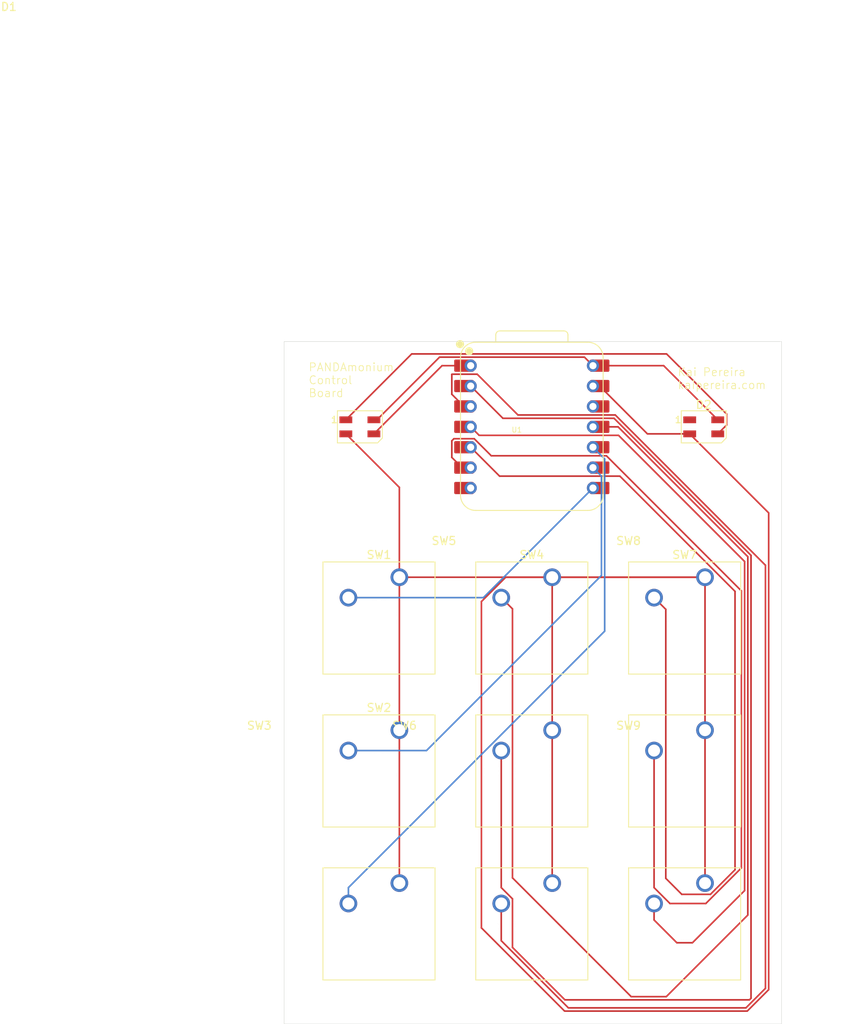
<source format=kicad_pcb>
(kicad_pcb (version 20240108) (generator "pcbnew") (generator_version "8.0")
  (layers (0 "F.Cu" signal) (31 "B.Cu" signal) (34 "B.Paste" user) (35 "F.Paste" user) (36 "B.SilkS" user "B.Silkscreen") (37 "F.SilkS" user "F.Silkscreen") (38 "B.Mask" user) (39 "F.Mask" user) (44 "Edge.Cuts" user))
  (net 0 "")
  (net 1 "GND")
  (net 2 "Net-(D1-DOUT)")
  (net 3 "Net-(D1-DIN)")
  (net 4 "+5V")
  (net 6 "Net-(U1-GPIO1{slash}RX)")
  (net 7 "Net-(U1-GPIO2{slash}SCK)")
  (net 8 "Net-(U1-GPIO4{slash}MISO)")
  (net 9 "Net-(U1-GPIO3{slash}MOSI)")
  (net 10 "Net-(U1-GPIO27{slash}ADC1{slash}A1)")
  (net 11 "Net-(U1-GPIO28{slash}ADC2{slash}A2)")
  (net 12 "Net-(U1-GPIO6{slash}SDA)")
  (net 13 "Net-(U1-GPIO7{slash}SCL)")
  (net 14 "Net-(U1-GPIO29{slash}ADC3{slash}A3)")
  (footprint "Button_Switch_Keyboard:SW_Cherry_MX_1.00u_PCB" (layer "F.Cu") (at 145.415 104.4575)
    (property "Reference" "SW6" (at -18.40625 -19.6215 0) (layer "F.SilkS"))
    (property "Value" "SW_Push")
    (fp_line (start -9.525 -1.905) (end 4.445 -1.905) (stroke (width 0.12)) (layer "F.SilkS"))
    (fp_line (start -9.525 12.065) (end -9.525 -1.905) (stroke (width 0.12)) (layer "F.SilkS"))
    (fp_line (start 4.445 -1.905) (end 4.445 12.065) (stroke (width 0.12)) (layer "F.SilkS"))
    (fp_line (start 4.445 12.065) (end -9.525 12.065) (stroke (width 0.12)) (layer "F.SilkS"))
    (pad "" np_thru_hole circle (at -7.62 5.08) (size 1.7 1.7) (drill 1.7) (layers "*.Cu" "*.Mask"))
    (pad "" np_thru_hole circle (at -2.54 5.08) (size 4 4) (drill 4) (layers "*.Cu" "*.Mask"))
    (pad "" np_thru_hole circle (at 2.54 5.08) (size 1.7 1.7) (drill 1.7) (layers "*.Cu" "*.Mask"))
    (pad "1" thru_hole circle (at 0 0) (size 2.2 2.2) (drill 1.5) (layers "*.Cu" "*.Mask") (net 1 "GND"))
    (pad "2" thru_hole circle (at -6.35 2.54) (size 2.2 2.2) (drill 1.5) (layers "*.Cu" "*.Mask") (net 11 "Net-(U1-GPIO28{slash}ADC2{slash}A2)"))
  )
  (footprint "Button_Switch_Keyboard:SW_Cherry_MX_1.00u_PCB" (layer "F.Cu") (at 164.465 104.4575)
    (property "Reference" "SW9" (at -9.53375 -19.6215 0) (layer "F.SilkS"))
    (property "Value" "SW_Push")
    (fp_line (start -9.525 -1.905) (end 4.445 -1.905) (stroke (width 0.12)) (layer "F.SilkS"))
    (fp_line (start -9.525 12.065) (end -9.525 -1.905) (stroke (width 0.12)) (layer "F.SilkS"))
    (fp_line (start 4.445 -1.905) (end 4.445 12.065) (stroke (width 0.12)) (layer "F.SilkS"))
    (fp_line (start 4.445 12.065) (end -9.525 12.065) (stroke (width 0.12)) (layer "F.SilkS"))
    (pad "" np_thru_hole circle (at -7.62 5.08) (size 1.7 1.7) (drill 1.7) (layers "*.Cu" "*.Mask"))
    (pad "" np_thru_hole circle (at -2.54 5.08) (size 4 4) (drill 4) (layers "*.Cu" "*.Mask"))
    (pad "" np_thru_hole circle (at 2.54 5.08) (size 1.7 1.7) (drill 1.7) (layers "*.Cu" "*.Mask"))
    (pad "1" thru_hole circle (at 0 0) (size 2.2 2.2) (drill 1.5) (layers "*.Cu" "*.Mask") (net 1 "GND"))
    (pad "2" thru_hole circle (at -6.35 2.54) (size 2.2 2.2) (drill 1.5) (layers "*.Cu" "*.Mask") (net 14 "Net-(U1-GPIO29{slash}ADC3{slash}A3)"))
  )
  (footprint "Button_Switch_Keyboard:SW_Cherry_MX_1.00u_PCB" (layer "F.Cu") (at 126.365 66.3575)
    (property "Reference" "SW1" (at -2.54 -2.794 0) (layer "F.SilkS"))
    (property "Value" "SW_Push")
    (fp_line (start -9.525 -1.905) (end 4.445 -1.905) (stroke (width 0.12)) (layer "F.SilkS"))
    (fp_line (start -9.525 12.065) (end -9.525 -1.905) (stroke (width 0.12)) (layer "F.SilkS"))
    (fp_line (start 4.445 -1.905) (end 4.445 12.065) (stroke (width 0.12)) (layer "F.SilkS"))
    (fp_line (start 4.445 12.065) (end -9.525 12.065) (stroke (width 0.12)) (layer "F.SilkS"))
    (pad "" np_thru_hole circle (at -7.62 5.08) (size 1.7 1.7) (drill 1.7) (layers "*.Cu" "*.Mask"))
    (pad "" np_thru_hole circle (at -2.54 5.08) (size 4 4) (drill 4) (layers "*.Cu" "*.Mask"))
    (pad "" np_thru_hole circle (at 2.54 5.08) (size 1.7 1.7) (drill 1.7) (layers "*.Cu" "*.Mask"))
    (pad "1" thru_hole circle (at 0 0) (size 2.2 2.2) (drill 1.5) (layers "*.Cu" "*.Mask") (net 1 "GND"))
    (pad "2" thru_hole circle (at -6.35 2.54) (size 2.2 2.2) (drill 1.5) (layers "*.Cu" "*.Mask") (net 6 "Net-(U1-GPIO1{slash}RX)"))
  )
  (footprint "LED_SMD:LED_SK6812MINI_PLCC4_3.5x3.5mm_P1.75mm" (layer "F.Cu") (at 121.44375 47.625)
    (property "Reference" "D1" (at -43.75975 -52.3195 0) (layer "F.SilkS"))
    (property "Value" "SK6812MINI")
    (fp_line (start -2.8 -2) (end -2.8 2) (stroke (width 0.12)) (layer "F.SilkS"))
    (fp_line (start -2.8 -2) (end 2.8 -2) (stroke (width 0.12)) (layer "F.SilkS"))
    (fp_line (start -2.8 2) (end 2.2 2) (stroke (width 0.12)) (layer "F.SilkS"))
    (fp_line (start 2.8 1.4) (end 2.2 2) (stroke (width 0.12)) (layer "F.SilkS"))
    (fp_line (start 2.8 1.4) (end 2.8 -2) (stroke (width 0.12)) (layer "F.SilkS"))
    (fp_text user "1" (at -3.2 -0.875 0) (layer "F.SilkS") (effects (font (size 0.8 0.8))))
    (pad "1" smd rect (at -1.75 -0.875) (size 1.6 0.85) (layers "F.Cu" "F.Paste" "F.Mask") (net 2 "Net-(D1-DOUT)"))
    (pad "2" smd rect (at -1.75 0.875) (size 1.6 0.85) (layers "F.Cu" "F.Paste" "F.Mask") (net 1 "GND"))
    (pad "3" smd rect (at 1.75 0.875) (size 1.6 0.85) (layers "F.Cu" "F.Paste" "F.Mask") (net 3 "Net-(D1-DIN)"))
    (pad "4" smd rect (at 1.75 -0.875) (size 1.6 0.85) (layers "F.Cu" "F.Paste" "F.Mask") (net 4 "+5V"))
  )
  (footprint "Seeed Studio XIAO Series Library:XIAO-RP2040-DIP" (layer "F.Cu") (at 142.875 47.625)
    (property "Reference" "U1" (at -1.875 0.375 0) (layer "F.SilkS") (effects (font (size 0.635 0.635) (thickness 0.1016))))
    (property "Value" "XIAO-RP2040-DIP")
    (fp_line (start -8.89 8.509) (end -8.89 -8.636) (stroke (width 0.127)) (layer "F.SilkS"))
    (fp_line (start -6.985 10.414) (end 6.985 10.414) (stroke (width 0.127)) (layer "F.SilkS"))
    (fp_line (start -4.495 -10.541) (end -4.491272 -11.451272) (stroke (width 0.127)) (layer "F.SilkS"))
    (fp_line (start -3.991272 -11.951) (end 4.004 -11.951) (stroke (width 0.127)) (layer "F.SilkS"))
    (fp_line (start 4.504 -11.451) (end 4.504 -10.541) (stroke (width 0.127)) (layer "F.SilkS"))
    (fp_line (start 6.985 -10.541) (end -6.985 -10.541) (stroke (width 0.1)) (layer "F.SilkS"))
    (fp_line (start 6.985 -10.541) (end -6.985 -10.541) (stroke (width 0.127)) (layer "F.SilkS"))
    (fp_line (start 8.89 8.509) (end 8.89 -8.636) (stroke (width 0.127)) (layer "F.SilkS"))
    (fp_arc (start -8.89 -8.636) (mid -8.332038 -9.983038) (end -6.985 -10.541) (stroke (width 0.127)) (layer "F.SilkS"))
    (fp_arc (start -6.985 10.414) (mid -8.332038 9.856038) (end -8.89 8.509) (stroke (width 0.127)) (layer "F.SilkS"))
    (fp_arc (start -4.491272 -11.451272) (mid -4.344724 -11.804644) (end -3.991272 -11.951) (stroke (width 0.127)) (layer "F.SilkS"))
    (fp_arc (start 4.004 -11.951) (mid 4.357553 -11.804553) (end 4.504 -11.451) (stroke (width 0.127)) (layer "F.SilkS"))
    (fp_arc (start 6.985 -10.541) (mid 8.332038 -9.983038) (end 8.89 -8.636) (stroke (width 0.127)) (layer "F.SilkS"))
    (fp_arc (start 8.89 8.509) (mid 8.332038 9.856038) (end 6.985 10.414) (stroke (width 0.127)) (layer "F.SilkS"))
    (fp_circle (center -8.95 -10.3) (end -8.95 -10.554) (stroke (width 0.5)) (fill solid) (layer "F.SilkS"))
    (fp_circle (center -7.807 -9.42) (end -7.807 -9.674) (stroke (width 0.5)) (fill solid) (layer "F.SilkS"))
    (pad "1" smd roundrect (at -8.455 -7.62 180) (size 2.432 1.524) (layers "F.Cu" "F.Mask") (roundrect_rratio 0.1) (net 3 "Net-(D1-DIN)"))
    (pad "1" thru_hole circle (at -7.62 -7.62 180) (size 1.524 1.524) (drill 0.889) (layers "*.Cu" "*.Mask") (net 3 "Net-(D1-DIN)"))
    (pad "2" smd roundrect (at -8.455 -5.08 180) (size 2.432 1.524) (layers "F.Cu" "F.Mask") (roundrect_rratio 0.1) (net 10 "Net-(U1-GPIO27{slash}ADC1{slash}A1)"))
    (pad "2" thru_hole circle (at -7.62 -5.08 180) (size 1.524 1.524) (drill 0.889) (layers "*.Cu" "*.Mask") (net 10 "Net-(U1-GPIO27{slash}ADC1{slash}A1)"))
    (pad "3" smd roundrect (at -8.455 -2.54 180) (size 2.432 1.524) (layers "F.Cu" "F.Mask") (roundrect_rratio 0.1) (net 11 "Net-(U1-GPIO28{slash}ADC2{slash}A2)"))
    (pad "3" thru_hole circle (at -7.62 -2.54 180) (size 1.524 1.524) (drill 0.889) (layers "*.Cu" "*.Mask") (net 11 "Net-(U1-GPIO28{slash}ADC2{slash}A2)"))
    (pad "4" smd roundrect (at -8.455 0 180) (size 2.432 1.524) (layers "F.Cu" "F.Mask") (roundrect_rratio 0.1) (net 14 "Net-(U1-GPIO29{slash}ADC3{slash}A3)"))
    (pad "4" thru_hole circle (at -7.62 0 180) (size 1.524 1.524) (drill 0.889) (layers "*.Cu" "*.Mask") (net 14 "Net-(U1-GPIO29{slash}ADC3{slash}A3)"))
    (pad "5" smd roundrect (at -8.455 2.54 180) (size 2.432 1.524) (layers "F.Cu" "F.Mask") (roundrect_rratio 0.1) (net 12 "Net-(U1-GPIO6{slash}SDA)"))
    (pad "5" thru_hole circle (at -7.62 2.54 180) (size 1.524 1.524) (drill 0.889) (layers "*.Cu" "*.Mask") (net 12 "Net-(U1-GPIO6{slash}SDA)"))
    (pad "6" smd roundrect (at -8.455 5.08 180) (size 2.432 1.524) (layers "F.Cu" "F.Mask") (roundrect_rratio 0.1) (net 13 "Net-(U1-GPIO7{slash}SCL)"))
    (pad "6" thru_hole circle (at -7.62 5.08 180) (size 1.524 1.524) (drill 0.889) (layers "*.Cu" "*.Mask") (net 13 "Net-(U1-GPIO7{slash}SCL)"))
    (pad "7" smd roundrect (at -8.455 7.62 180) (size 2.432 1.524) (layers "F.Cu" "F.Mask") (roundrect_rratio 0.1))
    (pad "7" thru_hole circle (at -7.62 7.62 180) (size 1.524 1.524) (drill 0.889) (layers "*.Cu" "*.Mask"))
    (pad "8" thru_hole circle (at 7.62 7.62) (size 1.524 1.524) (drill 0.889) (layers "*.Cu" "*.Mask") (net 6 "Net-(U1-GPIO1{slash}RX)"))
    (pad "8" smd roundrect (at 8.455 7.62) (size 2.432 1.524) (layers "F.Cu" "F.Mask") (roundrect_rratio 0.1) (net 6 "Net-(U1-GPIO1{slash}RX)"))
    (pad "9" thru_hole circle (at 7.62 5.08) (size 1.524 1.524) (drill 0.889) (layers "*.Cu" "*.Mask") (net 7 "Net-(U1-GPIO2{slash}SCK)"))
    (pad "9" smd roundrect (at 8.455 5.08) (size 2.432 1.524) (layers "F.Cu" "F.Mask") (roundrect_rratio 0.1) (net 7 "Net-(U1-GPIO2{slash}SCK)"))
    (pad "10" thru_hole circle (at 7.62 2.54) (size 1.524 1.524) (drill 0.889) (layers "*.Cu" "*.Mask") (net 8 "Net-(U1-GPIO4{slash}MISO)"))
    (pad "10" smd roundrect (at 8.455 2.54) (size 2.432 1.524) (layers "F.Cu" "F.Mask") (roundrect_rratio 0.1) (net 8 "Net-(U1-GPIO4{slash}MISO)"))
    (pad "11" thru_hole circle (at 7.62 0) (size 1.524 1.524) (drill 0.889) (layers "*.Cu" "*.Mask") (net 9 "Net-(U1-GPIO3{slash}MOSI)"))
    (pad "11" smd roundrect (at 8.455 0) (size 2.432 1.524) (layers "F.Cu" "F.Mask") (roundrect_rratio 0.1) (net 9 "Net-(U1-GPIO3{slash}MOSI)"))
    (pad "12" thru_hole circle (at 7.62 -2.54) (size 1.524 1.524) (drill 0.889) (layers "*.Cu" "*.Mask"))
    (pad "12" smd roundrect (at 8.455 -2.54) (size 2.432 1.524) (layers "F.Cu" "F.Mask") (roundrect_rratio 0.1))
    (pad "13" thru_hole circle (at 7.62 -5.08) (size 1.524 1.524) (drill 0.889) (layers "*.Cu" "*.Mask") (net 1 "GND"))
    (pad "13" smd roundrect (at 8.455 -5.08) (size 2.432 1.524) (layers "F.Cu" "F.Mask") (roundrect_rratio 0.1) (net 1 "GND"))
    (pad "14" thru_hole circle (at 7.62 -7.62) (size 1.524 1.524) (drill 0.889) (layers "*.Cu" "*.Mask") (net 4 "+5V"))
    (pad "14" smd roundrect (at 8.455 -7.62) (size 2.432 1.524) (layers "F.Cu" "F.Mask") (roundrect_rratio 0.1) (net 4 "+5V"))
  )
  (footprint "Button_Switch_Keyboard:SW_Cherry_MX_1.00u_PCB" (layer "F.Cu") (at 145.415 66.3575)
    (property "Reference" "SW4" (at -2.54 -2.794 0) (layer "F.SilkS"))
    (property "Value" "SW_Push")
    (fp_line (start -9.525 -1.905) (end 4.445 -1.905) (stroke (width 0.12)) (layer "F.SilkS"))
    (fp_line (start -9.525 12.065) (end -9.525 -1.905) (stroke (width 0.12)) (layer "F.SilkS"))
    (fp_line (start 4.445 -1.905) (end 4.445 12.065) (stroke (width 0.12)) (layer "F.SilkS"))
    (fp_line (start 4.445 12.065) (end -9.525 12.065) (stroke (width 0.12)) (layer "F.SilkS"))
    (pad "" np_thru_hole circle (at -7.62 5.08) (size 1.7 1.7) (drill 1.7) (layers "*.Cu" "*.Mask"))
    (pad "" np_thru_hole circle (at -2.54 5.08) (size 4 4) (drill 4) (layers "*.Cu" "*.Mask"))
    (pad "" np_thru_hole circle (at 2.54 5.08) (size 1.7 1.7) (drill 1.7) (layers "*.Cu" "*.Mask"))
    (pad "1" thru_hole circle (at 0 0) (size 2.2 2.2) (drill 1.5) (layers "*.Cu" "*.Mask") (net 1 "GND"))
    (pad "2" thru_hole circle (at -6.35 2.54) (size 2.2 2.2) (drill 1.5) (layers "*.Cu" "*.Mask") (net 9 "Net-(U1-GPIO3{slash}MOSI)"))
  )
  (footprint "LED_SMD:LED_SK6812MINI_PLCC4_3.5x3.5mm_P1.75mm" (layer "F.Cu") (at 164.30625 47.625)
    (property "Reference" "D2" (at 0 -2.75 0) (layer "F.SilkS"))
    (property "Value" "SK6812MINI")
    (fp_line (start -2.8 -2) (end -2.8 2) (stroke (width 0.12)) (layer "F.SilkS"))
    (fp_line (start -2.8 -2) (end 2.8 -2) (stroke (width 0.12)) (layer "F.SilkS"))
    (fp_line (start -2.8 2) (end 2.2 2) (stroke (width 0.12)) (layer "F.SilkS"))
    (fp_line (start 2.8 1.4) (end 2.2 2) (stroke (width 0.12)) (layer "F.SilkS"))
    (fp_line (start 2.8 1.4) (end 2.8 -2) (stroke (width 0.12)) (layer "F.SilkS"))
    (fp_text user "1" (at -3.2 -0.875 0) (layer "F.SilkS") (effects (font (size 0.8 0.8))))
    (pad "1" smd rect (at -1.75 -0.875) (size 1.6 0.85) (layers "F.Cu" "F.Paste" "F.Mask"))
    (pad "2" smd rect (at -1.75 0.875) (size 1.6 0.85) (layers "F.Cu" "F.Paste" "F.Mask") (net 1 "GND"))
    (pad "3" smd rect (at 1.75 0.875) (size 1.6 0.85) (layers "F.Cu" "F.Paste" "F.Mask") (net 2 "Net-(D1-DOUT)"))
    (pad "4" smd rect (at 1.75 -0.875) (size 1.6 0.85) (layers "F.Cu" "F.Paste" "F.Mask") (net 4 "+5V"))
  )
  (footprint "Button_Switch_Keyboard:SW_Cherry_MX_1.00u_PCB" (layer "F.Cu") (at 164.465 66.3575)
    (property "Reference" "SW7" (at -2.54 -2.794 0) (layer "F.SilkS"))
    (property "Value" "SW_Push")
    (fp_line (start -9.525 -1.905) (end 4.445 -1.905) (stroke (width 0.12)) (layer "F.SilkS"))
    (fp_line (start -9.525 12.065) (end -9.525 -1.905) (stroke (width 0.12)) (layer "F.SilkS"))
    (fp_line (start 4.445 -1.905) (end 4.445 12.065) (stroke (width 0.12)) (layer "F.SilkS"))
    (fp_line (start 4.445 12.065) (end -9.525 12.065) (stroke (width 0.12)) (layer "F.SilkS"))
    (pad "" np_thru_hole circle (at -7.62 5.08) (size 1.7 1.7) (drill 1.7) (layers "*.Cu" "*.Mask"))
    (pad "" np_thru_hole circle (at -2.54 5.08) (size 4 4) (drill 4) (layers "*.Cu" "*.Mask"))
    (pad "" np_thru_hole circle (at 2.54 5.08) (size 1.7 1.7) (drill 1.7) (layers "*.Cu" "*.Mask"))
    (pad "1" thru_hole circle (at 0 0) (size 2.2 2.2) (drill 1.5) (layers "*.Cu" "*.Mask") (net 1 "GND"))
    (pad "2" thru_hole circle (at -6.35 2.54) (size 2.2 2.2) (drill 1.5) (layers "*.Cu" "*.Mask") (net 12 "Net-(U1-GPIO6{slash}SDA)"))
  )
  (footprint "Button_Switch_Keyboard:SW_Cherry_MX_1.00u_PCB" (layer "F.Cu") (at 126.365 85.4075)
    (property "Reference" "SW2" (at -2.54 -2.794 0) (layer "F.SilkS"))
    (property "Value" "SW_Push")
    (fp_line (start -9.525 -1.905) (end 4.445 -1.905) (stroke (width 0.12)) (layer "F.SilkS"))
    (fp_line (start -9.525 12.065) (end -9.525 -1.905) (stroke (width 0.12)) (layer "F.SilkS"))
    (fp_line (start 4.445 -1.905) (end 4.445 12.065) (stroke (width 0.12)) (layer "F.SilkS"))
    (fp_line (start 4.445 12.065) (end -9.525 12.065) (stroke (width 0.12)) (layer "F.SilkS"))
    (pad "" np_thru_hole circle (at -7.62 5.08) (size 1.7 1.7) (drill 1.7) (layers "*.Cu" "*.Mask"))
    (pad "" np_thru_hole circle (at -2.54 5.08) (size 4 4) (drill 4) (layers "*.Cu" "*.Mask"))
    (pad "" np_thru_hole circle (at 2.54 5.08) (size 1.7 1.7) (drill 1.7) (layers "*.Cu" "*.Mask"))
    (pad "1" thru_hole circle (at 0 0) (size 2.2 2.2) (drill 1.5) (layers "*.Cu" "*.Mask") (net 1 "GND"))
    (pad "2" thru_hole circle (at -6.35 2.54) (size 2.2 2.2) (drill 1.5) (layers "*.Cu" "*.Mask") (net 7 "Net-(U1-GPIO2{slash}SCK)"))
  )
  (footprint "Button_Switch_Keyboard:SW_Cherry_MX_1.00u_PCB" (layer "F.Cu") (at 145.415 85.4075)
    (property "Reference" "SW5" (at -13.49375 -23.5815 0) (layer "F.SilkS"))
    (property "Value" "SW_Push")
    (fp_line (start -9.525 -1.905) (end 4.445 -1.905) (stroke (width 0.12)) (layer "F.SilkS"))
    (fp_line (start -9.525 12.065) (end -9.525 -1.905) (stroke (width 0.12)) (layer "F.SilkS"))
    (fp_line (start 4.445 -1.905) (end 4.445 12.065) (stroke (width 0.12)) (layer "F.SilkS"))
    (fp_line (start 4.445 12.065) (end -9.525 12.065) (stroke (width 0.12)) (layer "F.SilkS"))
    (pad "" np_thru_hole circle (at -7.62 5.08) (size 1.7 1.7) (drill 1.7) (layers "*.Cu" "*.Mask"))
    (pad "" np_thru_hole circle (at -2.54 5.08) (size 4 4) (drill 4) (layers "*.Cu" "*.Mask"))
    (pad "" np_thru_hole circle (at 2.54 5.08) (size 1.7 1.7) (drill 1.7) (layers "*.Cu" "*.Mask"))
    (pad "1" thru_hole circle (at 0 0) (size 2.2 2.2) (drill 1.5) (layers "*.Cu" "*.Mask") (net 1 "GND"))
    (pad "2" thru_hole circle (at -6.35 2.54) (size 2.2 2.2) (drill 1.5) (layers "*.Cu" "*.Mask") (net 10 "Net-(U1-GPIO27{slash}ADC1{slash}A1)"))
  )
  (footprint "Button_Switch_Keyboard:SW_Cherry_MX_1.00u_PCB" (layer "F.Cu") (at 126.365 104.4575)
    (property "Reference" "SW3" (at -17.45375 -19.6215 0) (layer "F.SilkS"))
    (property "Value" "SW_Push")
    (fp_line (start -9.525 -1.905) (end 4.445 -1.905) (stroke (width 0.12)) (layer "F.SilkS"))
    (fp_line (start -9.525 12.065) (end -9.525 -1.905) (stroke (width 0.12)) (layer "F.SilkS"))
    (fp_line (start 4.445 -1.905) (end 4.445 12.065) (stroke (width 0.12)) (layer "F.SilkS"))
    (fp_line (start 4.445 12.065) (end -9.525 12.065) (stroke (width 0.12)) (layer "F.SilkS"))
    (pad "" np_thru_hole circle (at -7.62 5.08) (size 1.7 1.7) (drill 1.7) (layers "*.Cu" "*.Mask"))
    (pad "" np_thru_hole circle (at -2.54 5.08) (size 4 4) (drill 4) (layers "*.Cu" "*.Mask"))
    (pad "" np_thru_hole circle (at 2.54 5.08) (size 1.7 1.7) (drill 1.7) (layers "*.Cu" "*.Mask"))
    (pad "1" thru_hole circle (at 0 0) (size 2.2 2.2) (drill 1.5) (layers "*.Cu" "*.Mask") (net 1 "GND"))
    (pad "2" thru_hole circle (at -6.35 2.54) (size 2.2 2.2) (drill 1.5) (layers "*.Cu" "*.Mask") (net 8 "Net-(U1-GPIO4{slash}MISO)"))
  )
  (footprint "Button_Switch_Keyboard:SW_Cherry_MX_1.00u_PCB" (layer "F.Cu") (at 164.465 85.4075)
    (property "Reference" "SW8" (at -9.53375 -23.5815 0) (layer "F.SilkS"))
    (property "Value" "SW_Push")
    (fp_line (start -9.525 -1.905) (end 4.445 -1.905) (stroke (width 0.12)) (layer "F.SilkS"))
    (fp_line (start -9.525 12.065) (end -9.525 -1.905) (stroke (width 0.12)) (layer "F.SilkS"))
    (fp_line (start 4.445 -1.905) (end 4.445 12.065) (stroke (width 0.12)) (layer "F.SilkS"))
    (fp_line (start 4.445 12.065) (end -9.525 12.065) (stroke (width 0.12)) (layer "F.SilkS"))
    (pad "" np_thru_hole circle (at -7.62 5.08) (size 1.7 1.7) (drill 1.7) (layers "*.Cu" "*.Mask"))
    (pad "" np_thru_hole circle (at -2.54 5.08) (size 4 4) (drill 4) (layers "*.Cu" "*.Mask"))
    (pad "" np_thru_hole circle (at 2.54 5.08) (size 1.7 1.7) (drill 1.7) (layers "*.Cu" "*.Mask"))
    (pad "1" thru_hole circle (at 0 0) (size 2.2 2.2) (drill 1.5) (layers "*.Cu" "*.Mask") (net 1 "GND"))
    (pad "2" thru_hole circle (at -6.35 2.54) (size 2.2 2.2) (drill 1.5) (layers "*.Cu" "*.Mask") (net 13 "Net-(U1-GPIO7{slash}SCL)"))
  )
  (gr_rect (start 112 37) (end 174 122) (stroke (width 0.05)) (fill none) (layer "Edge.Cuts"))
  (gr_text "PANDAmonium\nControl\nBoard" (at 115 44 0) (layer "F.SilkS") (effects (font (size 1 1) (thickness 0.1)) (justify left bottom)))
  (gr_text "Kai Pereira\nkaipereira.com" (at 161 43 0) (layer "F.SilkS") (effects (font (size 1 1) (thickness 0.1)) (justify left bottom)))
  (segment (start 126.365 66.3575) (end 145.415 66.3575) (width 0.2) (layer "F.Cu") (net 1))
  (segment (start 146.960444 120.4) (end 136.595 110.034556) (width 0.2) (layer "F.Cu") (net 1))
  (segment (start 136.595 69.387601) (end 139.625101 66.3575) (width 0.2) (layer "F.Cu") (net 1))
  (segment (start 169.731372 120.4) (end 146.960444 120.4) (width 0.2) (layer "F.Cu") (net 1))
  (segment (start 139.625101 66.3575) (end 164.465 66.3575) (width 0.2) (layer "F.Cu") (net 1))
  (segment (start 145.415 66.3575) (end 164.465 66.3575) (width 0.2) (layer "F.Cu") (net 1))
  (segment (start 162.55625 48.5) (end 157.285 48.5) (width 0.2) (layer "F.Cu") (net 1))
  (segment (start 172.4 117.731372) (end 169.731372 120.4) (width 0.2) (layer "F.Cu") (net 1))
  (segment (start 136.595 110.034556) (end 136.595 69.387601) (width 0.2) (layer "F.Cu") (net 1))
  (segment (start 126.365 66.3575) (end 126.365 55.17125) (width 0.2) (layer "F.Cu") (net 1))
  (segment (start 126.365 55.17125) (end 119.69375 48.5) (width 0.2) (layer "F.Cu") (net 1))
  (segment (start 164.465 66.3575) (end 164.465 85.4075) (width 0.2) (layer "F.Cu") (net 1))
  (segment (start 172.4 58.34375) (end 172.4 117.731372) (width 0.2) (layer "F.Cu") (net 1))
  (segment (start 164.465 104.4575) (end 164.465 85.4075) (width 0.2) (layer "F.Cu") (net 1))
  (segment (start 162.55625 48.5) (end 172.4 58.34375) (width 0.2) (layer "F.Cu") (net 1))
  (segment (start 145.415 66.3575) (end 145.415 85.4075) (width 0.2) (layer "F.Cu") (net 1))
  (segment (start 126.365 66.3575) (end 126.365 85.4075) (width 0.2) (layer "F.Cu") (net 1))
  (segment (start 145.415 85.4075) (end 145.415 104.4575) (width 0.2) (layer "F.Cu") (net 1))
  (segment (start 157.285 48.5) (end 151.33 42.545) (width 0.2) (layer "F.Cu") (net 1))
  (segment (start 126.365 85.4075) (end 126.365 104.4575) (width 0.2) (layer "F.Cu") (net 1))
  (segment (start 127.90075 38.543) (end 159.67425 38.543) (width 0.2) (layer "F.Cu") (net 2))
  (segment (start 119.69375 46.75) (end 127.90075 38.543) (width 0.2) (layer "F.Cu") (net 2))
  (segment (start 167.15625 47.4) (end 166.05625 48.5) (width 0.2) (layer "F.Cu") (net 2))
  (segment (start 159.67425 38.543) (end 167.15625 46.025) (width 0.2) (layer "F.Cu") (net 2))
  (segment (start 167.15625 46.025) (end 167.15625 47.4) (width 0.2) (layer "F.Cu") (net 2))
  (segment (start 123.19375 48.5) (end 131.68875 40.005) (width 0.2) (layer "F.Cu") (net 3))
  (segment (start 131.68875 40.005) (end 135.255 40.005) (width 0.2) (layer "F.Cu") (net 3))
  (segment (start 149.433 38.943) (end 150.495 40.005) (width 0.2) (layer "F.Cu") (net 4))
  (segment (start 159.31125 40.005) (end 150.495 40.005) (width 0.2) (layer "F.Cu") (net 4))
  (segment (start 123.19375 46.75) (end 123.56875 46.75) (width 0.2) (layer "F.Cu") (net 4))
  (segment (start 123.56875 46.75) (end 131.37575 38.943) (width 0.2) (layer "F.Cu") (net 4))
  (segment (start 166.05625 46.75) (end 159.31125 40.005) (width 0.2) (layer "F.Cu") (net 4))
  (segment (start 131.37575 38.943) (end 149.433 38.943) (width 0.2) (layer "F.Cu") (net 4))
  (segment (start 120.015 68.8975) (end 136.8425 68.8975) (width 0.2) (layer "B.Cu") (net 6))
  (segment (start 136.8425 68.8975) (end 150.495 55.245) (width 0.2) (layer "B.Cu") (net 6))
  (segment (start 151.557 66.138444) (end 151.557 53.767) (width 0.2) (layer "B.Cu") (net 7))
  (segment (start 129.747944 87.9475) (end 151.557 66.138444) (width 0.2) (layer "B.Cu") (net 7))
  (segment (start 151.557 53.767) (end 150.495 52.705) (width 0.2) (layer "B.Cu") (net 7))
  (segment (start 120.015 87.9475) (end 129.747944 87.9475) (width 0.2) (layer "B.Cu") (net 7))
  (segment (start 120.015 106.9975) (end 120.015 105.017601) (width 0.2) (layer "B.Cu") (net 8))
  (segment (start 151.957 51.627) (end 150.495 50.165) (width 0.2) (layer "B.Cu") (net 8))
  (segment (start 151.957 73.075601) (end 151.957 51.627) (width 0.2) (layer "B.Cu") (net 8))
  (segment (start 120.015 105.017601) (end 151.957 73.075601) (width 0.2) (layer "B.Cu") (net 8))
  (segment (start 155.260902 118.6) (end 159.639556 118.6) (width 0.2) (layer "F.Cu") (net 9))
  (segment (start 140.465 103.804098) (end 155.260902 118.6) (width 0.2) (layer "F.Cu") (net 9))
  (segment (start 169.8 63.8) (end 153.625 47.625) (width 0.2) (layer "F.Cu") (net 9))
  (segment (start 139.065 68.8975) (end 140.465 70.2975) (width 0.2) (layer "F.Cu") (net 9))
  (segment (start 159.639556 118.6) (end 169.8 108.439556) (width 0.2) (layer "F.Cu") (net 9))
  (segment (start 140.465 70.2975) (end 140.465 103.804098) (width 0.2) (layer "F.Cu") (net 9))
  (segment (start 169.8 108.439556) (end 169.8 63.8) (width 0.2) (layer "F.Cu") (net 9))
  (segment (start 153.625 47.625) (end 151.33 47.625) (width 0.2) (layer "F.Cu") (net 9))
  (segment (start 139.273 46.563) (end 135.255 42.545) (width 0.2) (layer "F.Cu") (net 10))
  (segment (start 147 119) (end 170 119) (width 0.2) (layer "F.Cu") (net 10))
  (segment (start 140.465 112.465) (end 147 119) (width 0.2) (layer "F.Cu") (net 10))
  (segment (start 139.065 105.017601) (end 140.465 106.417601) (width 0.2) (layer "F.Cu") (net 10))
  (segment (start 153.128686 46.563) (end 139.273 46.563) (width 0.2) (layer "F.Cu") (net 10))
  (segment (start 139.065 87.9475) (end 139.065 105.017601) (width 0.2) (layer "F.Cu") (net 10))
  (segment (start 170.2 118.8) (end 170.2 63.634314) (width 0.2) (layer "F.Cu") (net 10))
  (segment (start 140.465 106.417601) (end 140.465 112.465) (width 0.2) (layer "F.Cu") (net 10))
  (segment (start 170.2 63.634314) (end 153.128686 46.563) (width 0.2) (layer "F.Cu") (net 10))
  (segment (start 170 119) (end 170.2 118.8) (width 0.2) (layer "F.Cu") (net 10))
  (segment (start 139.065 106.9975) (end 139.065 111.630686) (width 0.2) (layer "F.Cu") (net 11))
  (segment (start 153.278372 46.147) (end 141.147 46.147) (width 0.2) (layer "F.Cu") (net 11))
  (segment (start 172 64.868628) (end 153.278372 46.147) (width 0.2) (layer "F.Cu") (net 11))
  (segment (start 136.067 41.067) (end 132.933 41.067) (width 0.2) (layer "F.Cu") (net 11))
  (segment (start 132.933 41.067) (end 132.904 41.096) (width 0.2) (layer "F.Cu") (net 11))
  (segment (start 132.904 43.569) (end 134.42 45.085) (width 0.2) (layer "F.Cu") (net 11))
  (segment (start 139.065 111.630686) (end 147.434314 120) (width 0.2) (layer "F.Cu") (net 11))
  (segment (start 172 117.565686) (end 172 64.868628) (width 0.2) (layer "F.Cu") (net 11))
  (segment (start 147.434314 120) (end 169.565686 120) (width 0.2) (layer "F.Cu") (net 11))
  (segment (start 141.147 46.147) (end 136.067 41.067) (width 0.2) (layer "F.Cu") (net 11))
  (segment (start 134.42 45.085) (end 135.255 45.085) (width 0.2) (layer "F.Cu") (net 11))
  (segment (start 132.904 41.096) (end 132.904 43.569) (width 0.2) (layer "F.Cu") (net 11))
  (segment (start 169.565686 120) (end 172 117.565686) (width 0.2) (layer "F.Cu") (net 11))
  (segment (start 158.115 68.8975) (end 159.575 70.3575) (width 0.2) (layer "F.Cu") (net 12))
  (segment (start 159.575 103.864098) (end 161.568402 105.8575) (width 0.2) (layer "F.Cu") (net 12))
  (segment (start 159.575 70.3575) (end 159.575 103.864098) (width 0.2) (layer "F.Cu") (net 12))
  (segment (start 138.857 53.767) (end 135.255 50.165) (width 0.2) (layer "F.Cu") (net 12))
  (segment (start 168.205 102.795) (end 168.205 68.117601) (width 0.2) (layer "F.Cu") (net 12))
  (segment (start 161.568402 105.8575) (end 165.1425 105.8575) (width 0.2) (layer "F.Cu") (net 12))
  (segment (start 168.205 68.117601) (end 153.854399 53.767) (width 0.2) (layer "F.Cu") (net 12))
  (segment (start 165.1425 105.8575) (end 168.205 102.795) (width 0.2) (layer "F.Cu") (net 12))
  (segment (start 153.854399 53.767) (end 138.857 53.767) (width 0.2) (layer "F.Cu") (net 12))
  (segment (start 152.169214 51.227) (end 137.818895 51.227) (width 0.2) (layer "F.Cu") (net 13))
  (segment (start 133.164786 49.103) (end 132.904 49.363786) (width 0.2) (layer "F.Cu") (net 13))
  (segment (start 135.694895 49.103) (end 133.164786 49.103) (width 0.2) (layer "F.Cu") (net 13))
  (segment (start 160.097399 107) (end 164.565686 107) (width 0.2) (layer "F.Cu") (net 13))
  (segment (start 137.818895 51.227) (end 135.694895 49.103) (width 0.2) (layer "F.Cu") (net 13))
  (segment (start 134.17737 52.705) (end 135.255 52.705) (width 0.2) (layer "F.Cu") (net 13))
  (segment (start 164.565686 107) (end 169 102.565686) (width 0.2) (layer "F.Cu") (net 13))
  (segment (start 158.115 87.9475) (end 158.115 105.017601) (width 0.2) (layer "F.Cu") (net 13))
  (segment (start 132.904 51.43163) (end 134.17737 52.705) (width 0.2) (layer "F.Cu") (net 13))
  (segment (start 132.904 49.363786) (end 132.904 51.43163) (width 0.2) (layer "F.Cu") (net 13))
  (segment (start 158.115 105.017601) (end 160.097399 107) (width 0.2) (layer "F.Cu") (net 13))
  (segment (start 169 68.057786) (end 152.169214 51.227) (width 0.2) (layer "F.Cu") (net 13))
  (segment (start 169 102.565686) (end 169 68.057786) (width 0.2) (layer "F.Cu") (net 13))
  (segment (start 169.4 105.385902) (end 169.4 64.4) (width 0.2) (layer "F.Cu") (net 14))
  (segment (start 153.687 48.687) (end 136.317 48.687) (width 0.2) (layer "F.Cu") (net 14))
  (segment (start 162.898402 111.8875) (end 169.4 105.385902) (width 0.2) (layer "F.Cu") (net 14))
  (segment (start 158.115 109.050902) (end 160.951598 111.8875) (width 0.2) (layer "F.Cu") (net 14))
  (segment (start 158.115 106.9975) (end 158.115 109.050902) (width 0.2) (layer "F.Cu") (net 14))
  (segment (start 160.951598 111.8875) (end 162.898402 111.8875) (width 0.2) (layer "F.Cu") (net 14))
  (segment (start 169.4 64.4) (end 153.687 48.687) (width 0.2) (layer "F.Cu") (net 14))
  (segment (start 136.317 48.687) (end 135.255 47.625) (width 0.2) (layer "F.Cu") (net 14))
)
</source>
